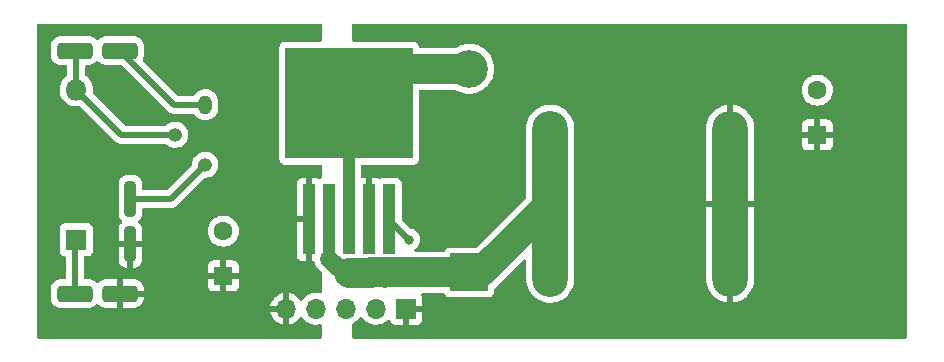
<source format=gbr>
%TF.GenerationSoftware,KiCad,Pcbnew,6.0.2+dfsg-1*%
%TF.CreationDate,2025-02-13T14:12:04+01:00*%
%TF.ProjectId,LM259610,4c4d3235-3936-4313-902e-6b696361645f,rev?*%
%TF.SameCoordinates,Original*%
%TF.FileFunction,Copper,L1,Top*%
%TF.FilePolarity,Positive*%
%FSLAX46Y46*%
G04 Gerber Fmt 4.6, Leading zero omitted, Abs format (unit mm)*
G04 Created by KiCad (PCBNEW 6.0.2+dfsg-1) date 2025-02-13 14:12:04*
%MOMM*%
%LPD*%
G01*
G04 APERTURE LIST*
G04 Aperture macros list*
%AMRoundRect*
0 Rectangle with rounded corners*
0 $1 Rounding radius*
0 $2 $3 $4 $5 $6 $7 $8 $9 X,Y pos of 4 corners*
0 Add a 4 corners polygon primitive as box body*
4,1,4,$2,$3,$4,$5,$6,$7,$8,$9,$2,$3,0*
0 Add four circle primitives for the rounded corners*
1,1,$1+$1,$2,$3*
1,1,$1+$1,$4,$5*
1,1,$1+$1,$6,$7*
1,1,$1+$1,$8,$9*
0 Add four rect primitives between the rounded corners*
20,1,$1+$1,$2,$3,$4,$5,0*
20,1,$1+$1,$4,$5,$6,$7,0*
20,1,$1+$1,$6,$7,$8,$9,0*
20,1,$1+$1,$8,$9,$2,$3,0*%
G04 Aperture macros list end*
%TA.AperFunction,ComponentPad*%
%ADD10O,1.200000X1.600000*%
%TD*%
%TA.AperFunction,ComponentPad*%
%ADD11O,1.200000X1.200000*%
%TD*%
%TA.AperFunction,ComponentPad*%
%ADD12R,1.600000X1.600000*%
%TD*%
%TA.AperFunction,ComponentPad*%
%ADD13C,1.600000*%
%TD*%
%TA.AperFunction,SMDPad,CuDef*%
%ADD14RoundRect,0.341463X-1.171037X-0.358537X1.171037X-0.358537X1.171037X0.358537X-1.171037X0.358537X0*%
%TD*%
%TA.AperFunction,ComponentPad*%
%ADD15R,3.200000X3.200000*%
%TD*%
%TA.AperFunction,ComponentPad*%
%ADD16O,3.200000X3.200000*%
%TD*%
%TA.AperFunction,ComponentPad*%
%ADD17R,1.800000X1.800000*%
%TD*%
%TA.AperFunction,ComponentPad*%
%ADD18O,1.800000X1.800000*%
%TD*%
%TA.AperFunction,SMDPad,CuDef*%
%ADD19RoundRect,1.520000X0.000000X-6.355000X0.000000X-6.355000X0.000000X6.355000X0.000000X6.355000X0*%
%TD*%
%TA.AperFunction,SMDPad,CuDef*%
%ADD20RoundRect,0.341463X1.171037X0.358537X-1.171037X0.358537X-1.171037X-0.358537X1.171037X-0.358537X0*%
%TD*%
%TA.AperFunction,ComponentPad*%
%ADD21R,1.700000X1.700000*%
%TD*%
%TA.AperFunction,ComponentPad*%
%ADD22O,1.700000X1.700000*%
%TD*%
%TA.AperFunction,SMDPad,CuDef*%
%ADD23R,1.100000X6.000000*%
%TD*%
%TA.AperFunction,SMDPad,CuDef*%
%ADD24R,10.800000X9.400000*%
%TD*%
%TA.AperFunction,SMDPad,CuDef*%
%ADD25RoundRect,0.237500X0.237500X-1.262500X0.237500X1.262500X-0.237500X1.262500X-0.237500X-1.262500X0*%
%TD*%
%TA.AperFunction,ViaPad*%
%ADD26C,0.800000*%
%TD*%
%TA.AperFunction,Conductor*%
%ADD27C,1.000000*%
%TD*%
%TA.AperFunction,Conductor*%
%ADD28C,2.500000*%
%TD*%
%TA.AperFunction,Conductor*%
%ADD29C,0.500000*%
%TD*%
%TA.AperFunction,Conductor*%
%ADD30C,1.500000*%
%TD*%
G04 APERTURE END LIST*
D10*
%TO.P,Q1,1,E*%
%TO.N,GND*%
X143764000Y-110998000D03*
D11*
%TO.P,Q1,2,B*%
%TO.N,/Vbe*%
X141224000Y-113538000D03*
%TO.P,Q1,3,C*%
%TO.N,/Vce*%
X143764000Y-116078000D03*
%TD*%
D12*
%TO.P,Cin1,1*%
%TO.N,/Vin*%
X145288000Y-125500651D03*
D13*
%TO.P,Cin1,2*%
%TO.N,GND*%
X145288000Y-121700651D03*
%TD*%
D12*
%TO.P,Cout1,1*%
%TO.N,/+5V*%
X195580000Y-113562651D03*
D13*
%TO.P,Cout1,2*%
%TO.N,GND*%
X195580000Y-109762651D03*
%TD*%
D14*
%TO.P,R1,1*%
%TO.N,/Vbe*%
X132707500Y-106426000D03*
%TO.P,R1,2*%
%TO.N,GND*%
X136532500Y-106426000D03*
%TD*%
D15*
%TO.P,D1,1,K*%
%TO.N,/Vout*%
X166116000Y-125206000D03*
D16*
%TO.P,D1,2,A*%
%TO.N,GND*%
X166116000Y-107966000D03*
%TD*%
D17*
%TO.P,D2,1,K*%
%TO.N,Net-(D2-Pad1)*%
X132842000Y-122428000D03*
D18*
%TO.P,D2,2,A*%
%TO.N,/Vbe*%
X132842000Y-109728000D03*
%TD*%
D19*
%TO.P,L1,1,1*%
%TO.N,/Vout*%
X172974000Y-119380000D03*
%TO.P,L1,2,2*%
%TO.N,/+5V*%
X188214000Y-119380000D03*
%TD*%
D20*
%TO.P,R2,1*%
%TO.N,/Vin*%
X136532500Y-127000000D03*
%TO.P,R2,2*%
%TO.N,Net-(D2-Pad1)*%
X132707500Y-127000000D03*
%TD*%
D21*
%TO.P,J1,1,Pin_1*%
%TO.N,/+5V*%
X160777000Y-128270000D03*
D22*
%TO.P,J1,2,Pin_2*%
%TO.N,/Vce*%
X158237000Y-128270000D03*
%TO.P,J1,3,Pin_3*%
%TO.N,/Vbe*%
X155697000Y-128270000D03*
%TO.P,J1,4,Pin_4*%
%TO.N,GND*%
X153157000Y-128270000D03*
%TO.P,J1,5,Pin_5*%
%TO.N,/Vin*%
X150617000Y-128270000D03*
%TD*%
D23*
%TO.P,U1,1,VIN*%
%TO.N,/Vin*%
X152556000Y-120718000D03*
%TO.P,U1,2,OUT*%
%TO.N,/Vout*%
X154256000Y-120718000D03*
%TO.P,U1,3,GND*%
%TO.N,GND*%
X155956000Y-120718000D03*
D24*
X155956000Y-110868000D03*
D23*
%TO.P,U1,4,FB*%
%TO.N,/+5V*%
X157656000Y-120718000D03*
%TO.P,U1,5,~{ON}/OFF*%
%TO.N,/Vce*%
X159356000Y-120718000D03*
%TD*%
D25*
%TO.P,R3,1*%
%TO.N,/Vin*%
X137414000Y-122829000D03*
%TO.P,R3,2*%
%TO.N,/Vce*%
X137414000Y-118979000D03*
%TD*%
D26*
%TO.N,/Vce*%
X161036000Y-122428000D03*
%TD*%
D27*
%TO.N,GND*%
X155956000Y-120718000D02*
X155956000Y-110868000D01*
D28*
X158858000Y-107966000D02*
X155956000Y-110868000D01*
D29*
X141104500Y-110998000D02*
X143764000Y-110998000D01*
D28*
X166116000Y-107966000D02*
X158858000Y-107966000D01*
D29*
X136532500Y-106426000D02*
X141104500Y-110998000D01*
%TO.N,Net-(D2-Pad1)*%
X132707500Y-122562500D02*
X132842000Y-122428000D01*
X132707500Y-127000000D02*
X132707500Y-122562500D01*
%TO.N,/Vbe*%
X132842000Y-109728000D02*
X132842000Y-106560500D01*
X136652000Y-113538000D02*
X132842000Y-109728000D01*
X141224000Y-113538000D02*
X136652000Y-113538000D01*
X132842000Y-106560500D02*
X132707500Y-106426000D01*
%TO.N,/Vce*%
X159356000Y-120718000D02*
X159356000Y-120748000D01*
X137414000Y-118979000D02*
X140863000Y-118979000D01*
X140863000Y-118979000D02*
X143764000Y-116078000D01*
X159356000Y-120748000D02*
X161036000Y-122428000D01*
D27*
%TO.N,/Vout*%
X159004000Y-125984000D02*
X159782000Y-125206000D01*
D28*
X159782000Y-125206000D02*
X157772489Y-125206000D01*
X157772489Y-125206000D02*
X157756489Y-125222000D01*
D30*
X155940000Y-125206000D02*
X155956000Y-125222000D01*
D27*
X154256000Y-120718000D02*
X154256000Y-124030000D01*
X158993511Y-124417511D02*
X159782000Y-125206000D01*
D30*
X155432000Y-125206000D02*
X155940000Y-125206000D01*
D28*
X166116000Y-125206000D02*
X167148000Y-125206000D01*
D30*
X154256000Y-124030000D02*
X155432000Y-125206000D01*
D28*
X167148000Y-125206000D02*
X172974000Y-119380000D01*
X166116000Y-125206000D02*
X159782000Y-125206000D01*
X157756489Y-125222000D02*
X155956000Y-125222000D01*
%TD*%
%TA.AperFunction,Conductor*%
%TO.N,/Vin*%
G36*
X153612121Y-104160002D02*
G01*
X153658614Y-104213658D01*
X153670000Y-104266000D01*
X153670000Y-105533500D01*
X153649998Y-105601621D01*
X153596342Y-105648114D01*
X153544000Y-105659500D01*
X150507866Y-105659500D01*
X150445684Y-105666255D01*
X150309295Y-105717385D01*
X150192739Y-105804739D01*
X150105385Y-105921295D01*
X150054255Y-106057684D01*
X150047500Y-106119866D01*
X150047500Y-115616134D01*
X150054255Y-115678316D01*
X150105385Y-115814705D01*
X150192739Y-115931261D01*
X150309295Y-116018615D01*
X150445684Y-116069745D01*
X150507866Y-116076500D01*
X153544000Y-116076500D01*
X153612121Y-116096502D01*
X153658614Y-116150158D01*
X153670000Y-116202500D01*
X153670000Y-117101067D01*
X153649998Y-117169188D01*
X153596342Y-117215681D01*
X153588230Y-117219049D01*
X153467699Y-117264234D01*
X153467696Y-117264236D01*
X153459295Y-117267385D01*
X153459036Y-117266693D01*
X153396626Y-117280343D01*
X153352615Y-117267420D01*
X153352462Y-117267828D01*
X153346888Y-117265738D01*
X153344966Y-117265174D01*
X153344061Y-117264679D01*
X153223606Y-117219522D01*
X153208351Y-117215895D01*
X153157486Y-117210369D01*
X153150672Y-117210000D01*
X152828115Y-117210000D01*
X152812876Y-117214475D01*
X152811671Y-117215865D01*
X152810000Y-117223548D01*
X152810000Y-124207884D01*
X152814475Y-124223123D01*
X152815865Y-124224328D01*
X152823548Y-124225999D01*
X152909313Y-124225999D01*
X152977434Y-124246001D01*
X153023927Y-124299657D01*
X153032133Y-124323869D01*
X153050246Y-124402953D01*
X153054258Y-124420470D01*
X153142397Y-124627109D01*
X153156885Y-124649165D01*
X153238923Y-124774056D01*
X153265735Y-124814874D01*
X153268798Y-124818312D01*
X153268802Y-124818317D01*
X153285449Y-124837000D01*
X153303722Y-124857509D01*
X153633095Y-125186882D01*
X153667121Y-125249194D01*
X153670000Y-125275977D01*
X153670000Y-126832432D01*
X153649998Y-126900553D01*
X153596342Y-126947046D01*
X153526068Y-126957150D01*
X153511815Y-126954252D01*
X153510090Y-126953796D01*
X153505212Y-126952069D01*
X153388312Y-126931246D01*
X153290373Y-126913800D01*
X153290367Y-126913799D01*
X153285284Y-126912894D01*
X153211452Y-126911992D01*
X153067081Y-126910228D01*
X153067079Y-126910228D01*
X153061911Y-126910165D01*
X152841091Y-126943955D01*
X152628756Y-127013357D01*
X152430607Y-127116507D01*
X152426474Y-127119610D01*
X152426471Y-127119612D01*
X152401685Y-127138222D01*
X152251965Y-127250635D01*
X152097629Y-127412138D01*
X152094715Y-127416410D01*
X152094714Y-127416411D01*
X151989898Y-127570066D01*
X151934987Y-127615069D01*
X151864462Y-127623240D01*
X151800715Y-127591986D01*
X151780018Y-127567502D01*
X151699426Y-127442926D01*
X151693136Y-127434757D01*
X151549806Y-127277240D01*
X151542273Y-127270215D01*
X151375139Y-127138222D01*
X151366552Y-127132517D01*
X151180117Y-127029599D01*
X151170705Y-127025369D01*
X150969959Y-126954280D01*
X150959988Y-126951646D01*
X150888837Y-126938972D01*
X150875540Y-126940432D01*
X150871000Y-126954989D01*
X150871000Y-129588517D01*
X150875064Y-129602359D01*
X150888478Y-129604393D01*
X150895184Y-129603534D01*
X150905262Y-129601392D01*
X151109255Y-129540191D01*
X151118842Y-129536433D01*
X151310095Y-129442739D01*
X151318945Y-129437464D01*
X151492328Y-129313792D01*
X151500200Y-129307139D01*
X151651052Y-129156812D01*
X151657730Y-129148965D01*
X151785022Y-128971819D01*
X151786279Y-128972722D01*
X151833373Y-128929362D01*
X151903311Y-128917145D01*
X151968751Y-128944678D01*
X151996579Y-128976511D01*
X152056987Y-129075088D01*
X152203250Y-129243938D01*
X152375126Y-129386632D01*
X152568000Y-129499338D01*
X152776692Y-129579030D01*
X152781760Y-129580061D01*
X152781763Y-129580062D01*
X152876862Y-129599410D01*
X152995597Y-129623567D01*
X153000772Y-129623757D01*
X153000774Y-129623757D01*
X153213673Y-129631564D01*
X153213677Y-129631564D01*
X153218837Y-129631753D01*
X153223957Y-129631097D01*
X153223959Y-129631097D01*
X153435288Y-129604025D01*
X153435289Y-129604025D01*
X153440416Y-129603368D01*
X153447003Y-129601392D01*
X153488090Y-129589065D01*
X153507792Y-129583154D01*
X153578788Y-129582737D01*
X153638738Y-129620770D01*
X153668610Y-129685176D01*
X153670000Y-129703840D01*
X153670000Y-130684000D01*
X153649998Y-130752121D01*
X153596342Y-130798614D01*
X153544000Y-130810000D01*
X129666000Y-130810000D01*
X129597879Y-130789998D01*
X129551386Y-130736342D01*
X129540000Y-130684000D01*
X129540000Y-128537966D01*
X149285257Y-128537966D01*
X149315565Y-128672446D01*
X149318645Y-128682275D01*
X149398770Y-128879603D01*
X149403413Y-128888794D01*
X149514694Y-129070388D01*
X149520777Y-129078699D01*
X149660213Y-129239667D01*
X149667580Y-129246883D01*
X149831434Y-129382916D01*
X149839881Y-129388831D01*
X150023756Y-129496279D01*
X150033042Y-129500729D01*
X150232001Y-129576703D01*
X150241899Y-129579579D01*
X150345250Y-129600606D01*
X150359299Y-129599410D01*
X150363000Y-129589065D01*
X150363000Y-128542115D01*
X150358525Y-128526876D01*
X150357135Y-128525671D01*
X150349452Y-128524000D01*
X149300225Y-128524000D01*
X149286694Y-128527973D01*
X149285257Y-128537966D01*
X129540000Y-128537966D01*
X129540000Y-126567941D01*
X130686500Y-126567941D01*
X130686501Y-127432058D01*
X130689398Y-127474570D01*
X130734075Y-127653758D01*
X130737107Y-127659865D01*
X130737108Y-127659869D01*
X130813154Y-127813064D01*
X130816187Y-127819173D01*
X130820460Y-127824488D01*
X130820461Y-127824489D01*
X130860267Y-127873998D01*
X130931904Y-127963096D01*
X130937216Y-127967367D01*
X131036709Y-128047361D01*
X131075827Y-128078813D01*
X131081933Y-128081844D01*
X131081936Y-128081846D01*
X131235131Y-128157892D01*
X131235135Y-128157893D01*
X131241242Y-128160925D01*
X131420430Y-128205602D01*
X131441114Y-128207012D01*
X131460794Y-128208354D01*
X131460805Y-128208354D01*
X131462941Y-128208500D01*
X132706342Y-128208500D01*
X133952058Y-128208499D01*
X133977867Y-128206740D01*
X133989025Y-128205980D01*
X133989026Y-128205980D01*
X133994570Y-128205602D01*
X133999958Y-128204259D01*
X133999962Y-128204258D01*
X134167136Y-128162576D01*
X134167135Y-128162576D01*
X134173758Y-128160925D01*
X134179865Y-128157893D01*
X134179869Y-128157892D01*
X134333064Y-128081846D01*
X134333067Y-128081844D01*
X134339173Y-128078813D01*
X134378292Y-128047361D01*
X134477784Y-127967367D01*
X134483096Y-127963096D01*
X134487367Y-127957784D01*
X134487372Y-127957779D01*
X134522126Y-127914554D01*
X134580399Y-127873998D01*
X134651347Y-127871385D01*
X134712446Y-127907545D01*
X134718519Y-127914555D01*
X134752986Y-127957424D01*
X134762577Y-127967015D01*
X134895778Y-128074112D01*
X134907209Y-128081422D01*
X135060304Y-128157420D01*
X135073037Y-128162104D01*
X135240101Y-128203757D01*
X135251047Y-128205481D01*
X135285844Y-128207854D01*
X135290139Y-128208000D01*
X136260385Y-128208000D01*
X136275624Y-128203525D01*
X136276829Y-128202135D01*
X136278500Y-128194452D01*
X136278500Y-128189884D01*
X136786500Y-128189884D01*
X136790975Y-128205123D01*
X136792365Y-128206328D01*
X136800048Y-128207999D01*
X137774858Y-128207999D01*
X137779159Y-128207852D01*
X137813956Y-128205481D01*
X137824895Y-128203758D01*
X137991963Y-128162104D01*
X138004696Y-128157420D01*
X138157791Y-128081422D01*
X138169222Y-128074112D01*
X138256196Y-128004183D01*
X149281389Y-128004183D01*
X149282912Y-128012607D01*
X149295292Y-128016000D01*
X150344885Y-128016000D01*
X150360124Y-128011525D01*
X150361329Y-128010135D01*
X150363000Y-128002452D01*
X150363000Y-126953102D01*
X150359082Y-126939758D01*
X150344806Y-126937771D01*
X150306324Y-126943660D01*
X150296288Y-126946051D01*
X150093868Y-127012212D01*
X150084359Y-127016209D01*
X149895463Y-127114542D01*
X149886738Y-127120036D01*
X149716433Y-127247905D01*
X149708726Y-127254748D01*
X149561590Y-127408717D01*
X149555104Y-127416727D01*
X149435098Y-127592649D01*
X149430000Y-127601623D01*
X149340338Y-127794783D01*
X149336775Y-127804470D01*
X149281389Y-128004183D01*
X138256196Y-128004183D01*
X138302423Y-127967015D01*
X138312015Y-127957423D01*
X138419112Y-127824222D01*
X138426422Y-127812791D01*
X138502420Y-127659696D01*
X138507104Y-127646963D01*
X138548757Y-127479899D01*
X138550481Y-127468953D01*
X138552854Y-127434156D01*
X138553000Y-127429861D01*
X138553000Y-127272115D01*
X138548525Y-127256876D01*
X138547135Y-127255671D01*
X138539452Y-127254000D01*
X136804615Y-127254000D01*
X136789376Y-127258475D01*
X136788171Y-127259865D01*
X136786500Y-127267548D01*
X136786500Y-128189884D01*
X136278500Y-128189884D01*
X136278500Y-126727885D01*
X136786500Y-126727885D01*
X136790975Y-126743124D01*
X136792365Y-126744329D01*
X136800048Y-126746000D01*
X138534884Y-126746000D01*
X138550123Y-126741525D01*
X138551328Y-126740135D01*
X138552999Y-126732452D01*
X138552999Y-126570142D01*
X138552852Y-126565841D01*
X138550481Y-126531044D01*
X138548758Y-126520105D01*
X138507104Y-126353037D01*
X138504265Y-126345320D01*
X143980001Y-126345320D01*
X143980371Y-126352141D01*
X143985895Y-126403003D01*
X143989521Y-126418255D01*
X144034676Y-126538705D01*
X144043214Y-126554300D01*
X144119715Y-126656375D01*
X144132276Y-126668936D01*
X144234351Y-126745437D01*
X144249946Y-126753975D01*
X144370394Y-126799129D01*
X144385649Y-126802756D01*
X144436514Y-126808282D01*
X144443328Y-126808651D01*
X145015885Y-126808651D01*
X145031124Y-126804176D01*
X145032329Y-126802786D01*
X145034000Y-126795103D01*
X145034000Y-126790535D01*
X145542000Y-126790535D01*
X145546475Y-126805774D01*
X145547865Y-126806979D01*
X145555548Y-126808650D01*
X146132669Y-126808650D01*
X146139490Y-126808280D01*
X146190352Y-126802756D01*
X146205604Y-126799130D01*
X146326054Y-126753975D01*
X146341649Y-126745437D01*
X146443724Y-126668936D01*
X146456285Y-126656375D01*
X146532786Y-126554300D01*
X146541324Y-126538705D01*
X146586478Y-126418257D01*
X146590105Y-126403002D01*
X146595631Y-126352137D01*
X146596000Y-126345323D01*
X146596000Y-125772766D01*
X146591525Y-125757527D01*
X146590135Y-125756322D01*
X146582452Y-125754651D01*
X145560115Y-125754651D01*
X145544876Y-125759126D01*
X145543671Y-125760516D01*
X145542000Y-125768199D01*
X145542000Y-126790535D01*
X145034000Y-126790535D01*
X145034000Y-125772766D01*
X145029525Y-125757527D01*
X145028135Y-125756322D01*
X145020452Y-125754651D01*
X143998116Y-125754651D01*
X143982877Y-125759126D01*
X143981672Y-125760516D01*
X143980001Y-125768199D01*
X143980001Y-126345320D01*
X138504265Y-126345320D01*
X138502420Y-126340304D01*
X138426422Y-126187209D01*
X138419112Y-126175778D01*
X138312015Y-126042577D01*
X138302423Y-126032985D01*
X138169222Y-125925888D01*
X138157791Y-125918578D01*
X138004696Y-125842580D01*
X137991963Y-125837896D01*
X137824899Y-125796243D01*
X137813953Y-125794519D01*
X137779156Y-125792146D01*
X137774860Y-125792000D01*
X136804615Y-125792000D01*
X136789376Y-125796475D01*
X136788171Y-125797865D01*
X136786500Y-125805548D01*
X136786500Y-126727885D01*
X136278500Y-126727885D01*
X136278500Y-125810116D01*
X136274025Y-125794877D01*
X136272635Y-125793672D01*
X136264952Y-125792001D01*
X135290142Y-125792001D01*
X135285841Y-125792148D01*
X135251044Y-125794519D01*
X135240105Y-125796242D01*
X135073037Y-125837896D01*
X135060304Y-125842580D01*
X134907209Y-125918578D01*
X134895778Y-125925888D01*
X134762577Y-126032985D01*
X134752986Y-126042576D01*
X134718519Y-126085445D01*
X134660246Y-126126002D01*
X134589298Y-126128615D01*
X134528199Y-126092456D01*
X134522126Y-126085446D01*
X134487372Y-126042221D01*
X134487367Y-126042216D01*
X134483096Y-126036904D01*
X134339173Y-125921187D01*
X134333067Y-125918156D01*
X134333064Y-125918154D01*
X134179869Y-125842108D01*
X134179865Y-125842107D01*
X134173758Y-125839075D01*
X133994570Y-125794398D01*
X133973886Y-125792988D01*
X133954206Y-125791646D01*
X133954195Y-125791646D01*
X133952059Y-125791500D01*
X133592000Y-125791500D01*
X133523879Y-125771498D01*
X133477386Y-125717842D01*
X133466000Y-125665500D01*
X133466000Y-125228536D01*
X143980000Y-125228536D01*
X143984475Y-125243775D01*
X143985865Y-125244980D01*
X143993548Y-125246651D01*
X145015885Y-125246651D01*
X145031124Y-125242176D01*
X145032329Y-125240786D01*
X145034000Y-125233103D01*
X145034000Y-125228536D01*
X145542000Y-125228536D01*
X145546475Y-125243775D01*
X145547865Y-125244980D01*
X145555548Y-125246651D01*
X146577884Y-125246651D01*
X146593123Y-125242176D01*
X146594328Y-125240786D01*
X146595999Y-125233103D01*
X146595999Y-124655982D01*
X146595629Y-124649161D01*
X146590105Y-124598299D01*
X146586479Y-124583047D01*
X146541324Y-124462597D01*
X146532786Y-124447002D01*
X146456285Y-124344927D01*
X146443724Y-124332366D01*
X146341649Y-124255865D01*
X146326054Y-124247327D01*
X146205606Y-124202173D01*
X146190351Y-124198546D01*
X146139486Y-124193020D01*
X146132672Y-124192651D01*
X145560115Y-124192651D01*
X145544876Y-124197126D01*
X145543671Y-124198516D01*
X145542000Y-124206199D01*
X145542000Y-125228536D01*
X145034000Y-125228536D01*
X145034000Y-124210767D01*
X145029525Y-124195528D01*
X145028135Y-124194323D01*
X145020452Y-124192652D01*
X144443331Y-124192652D01*
X144436510Y-124193022D01*
X144385648Y-124198546D01*
X144370396Y-124202172D01*
X144249946Y-124247327D01*
X144234351Y-124255865D01*
X144132276Y-124332366D01*
X144119715Y-124344927D01*
X144043214Y-124447002D01*
X144034676Y-124462597D01*
X143989522Y-124583045D01*
X143985895Y-124598300D01*
X143980369Y-124649165D01*
X143980000Y-124655979D01*
X143980000Y-125228536D01*
X133466000Y-125228536D01*
X133466000Y-124137766D01*
X136431000Y-124137766D01*
X136431337Y-124144282D01*
X136441075Y-124238132D01*
X136443968Y-124251528D01*
X136494488Y-124402953D01*
X136500653Y-124416115D01*
X136584426Y-124551492D01*
X136593460Y-124562890D01*
X136706129Y-124675363D01*
X136717540Y-124684375D01*
X136853063Y-124767912D01*
X136866241Y-124774056D01*
X137017766Y-124824315D01*
X137031132Y-124827181D01*
X137123770Y-124836672D01*
X137130185Y-124837000D01*
X137141885Y-124837000D01*
X137157124Y-124832525D01*
X137158329Y-124831135D01*
X137160000Y-124823452D01*
X137160000Y-124818885D01*
X137668000Y-124818885D01*
X137672475Y-124834124D01*
X137673865Y-124835329D01*
X137681548Y-124837000D01*
X137697766Y-124837000D01*
X137704282Y-124836663D01*
X137798132Y-124826925D01*
X137811528Y-124824032D01*
X137962953Y-124773512D01*
X137976115Y-124767347D01*
X138111492Y-124683574D01*
X138122890Y-124674540D01*
X138235363Y-124561871D01*
X138244375Y-124550460D01*
X138327912Y-124414937D01*
X138334056Y-124401759D01*
X138384315Y-124250234D01*
X138387181Y-124236868D01*
X138396672Y-124144230D01*
X138397000Y-124137815D01*
X138397000Y-123762669D01*
X151498001Y-123762669D01*
X151498371Y-123769490D01*
X151503895Y-123820352D01*
X151507521Y-123835604D01*
X151552676Y-123956054D01*
X151561214Y-123971649D01*
X151637715Y-124073724D01*
X151650276Y-124086285D01*
X151752351Y-124162786D01*
X151767946Y-124171324D01*
X151888394Y-124216478D01*
X151903649Y-124220105D01*
X151954514Y-124225631D01*
X151961328Y-124226000D01*
X152283885Y-124226000D01*
X152299124Y-124221525D01*
X152300329Y-124220135D01*
X152302000Y-124212452D01*
X152302000Y-120990115D01*
X152297525Y-120974876D01*
X152296135Y-120973671D01*
X152288452Y-120972000D01*
X151516116Y-120972000D01*
X151500877Y-120976475D01*
X151499672Y-120977865D01*
X151498001Y-120985548D01*
X151498001Y-123762669D01*
X138397000Y-123762669D01*
X138397000Y-123101115D01*
X138392525Y-123085876D01*
X138391135Y-123084671D01*
X138383452Y-123083000D01*
X137686115Y-123083000D01*
X137670876Y-123087475D01*
X137669671Y-123088865D01*
X137668000Y-123096548D01*
X137668000Y-124818885D01*
X137160000Y-124818885D01*
X137160000Y-123101115D01*
X137155525Y-123085876D01*
X137154135Y-123084671D01*
X137146452Y-123083000D01*
X136449115Y-123083000D01*
X136433876Y-123087475D01*
X136432671Y-123088865D01*
X136431000Y-123096548D01*
X136431000Y-124137766D01*
X133466000Y-124137766D01*
X133466000Y-123962500D01*
X133486002Y-123894379D01*
X133539658Y-123847886D01*
X133592000Y-123836500D01*
X133790134Y-123836500D01*
X133852316Y-123829745D01*
X133988705Y-123778615D01*
X134105261Y-123691261D01*
X134192615Y-123574705D01*
X134243745Y-123438316D01*
X134250500Y-123376134D01*
X134250500Y-121479866D01*
X134243745Y-121417684D01*
X134192615Y-121281295D01*
X134105261Y-121164739D01*
X133988705Y-121077385D01*
X133852316Y-121026255D01*
X133790134Y-121019500D01*
X131893866Y-121019500D01*
X131831684Y-121026255D01*
X131695295Y-121077385D01*
X131578739Y-121164739D01*
X131491385Y-121281295D01*
X131440255Y-121417684D01*
X131433500Y-121479866D01*
X131433500Y-123376134D01*
X131440255Y-123438316D01*
X131491385Y-123574705D01*
X131578739Y-123691261D01*
X131695295Y-123778615D01*
X131831684Y-123829745D01*
X131839540Y-123830598D01*
X131847222Y-123832425D01*
X131846732Y-123834486D01*
X131902172Y-123857523D01*
X131942597Y-123915887D01*
X131949000Y-123955543D01*
X131949000Y-125665501D01*
X131928998Y-125733622D01*
X131875342Y-125780115D01*
X131823000Y-125791501D01*
X131462942Y-125791501D01*
X131437133Y-125793260D01*
X131425975Y-125794020D01*
X131425974Y-125794020D01*
X131420430Y-125794398D01*
X131415042Y-125795741D01*
X131415038Y-125795742D01*
X131271900Y-125831431D01*
X131241242Y-125839075D01*
X131235135Y-125842107D01*
X131235131Y-125842108D01*
X131081936Y-125918154D01*
X131081933Y-125918156D01*
X131075827Y-125921187D01*
X130931904Y-126036904D01*
X130927633Y-126042216D01*
X130852070Y-126136198D01*
X130816187Y-126180827D01*
X130813156Y-126186933D01*
X130813154Y-126186936D01*
X130737108Y-126340131D01*
X130737107Y-126340135D01*
X130734075Y-126346242D01*
X130689398Y-126525430D01*
X130686500Y-126567941D01*
X129540000Y-126567941D01*
X129540000Y-120291072D01*
X136430500Y-120291072D01*
X136430837Y-120294318D01*
X136430837Y-120294322D01*
X136440519Y-120387632D01*
X136441293Y-120395093D01*
X136443474Y-120401629D01*
X136443474Y-120401631D01*
X136459762Y-120450452D01*
X136496346Y-120560107D01*
X136587884Y-120708031D01*
X136695141Y-120815101D01*
X136729220Y-120877382D01*
X136724217Y-120948202D01*
X136695296Y-120993291D01*
X136592637Y-121096129D01*
X136583625Y-121107540D01*
X136500088Y-121243063D01*
X136493944Y-121256241D01*
X136443685Y-121407766D01*
X136440819Y-121421132D01*
X136431328Y-121513770D01*
X136431000Y-121520185D01*
X136431000Y-122556885D01*
X136435475Y-122572124D01*
X136436865Y-122573329D01*
X136444548Y-122575000D01*
X138378885Y-122575000D01*
X138394124Y-122570525D01*
X138395329Y-122569135D01*
X138397000Y-122561452D01*
X138397000Y-121700651D01*
X143974502Y-121700651D01*
X143994457Y-121928738D01*
X144053716Y-122149894D01*
X144056039Y-122154875D01*
X144056039Y-122154876D01*
X144148151Y-122352413D01*
X144148154Y-122352418D01*
X144150477Y-122357400D01*
X144281802Y-122544951D01*
X144443700Y-122706849D01*
X144448208Y-122710006D01*
X144448211Y-122710008D01*
X144526389Y-122764749D01*
X144631251Y-122838174D01*
X144636233Y-122840497D01*
X144636238Y-122840500D01*
X144833775Y-122932612D01*
X144838757Y-122934935D01*
X144844065Y-122936357D01*
X144844067Y-122936358D01*
X145054598Y-122992770D01*
X145054600Y-122992770D01*
X145059913Y-122994194D01*
X145288000Y-123014149D01*
X145516087Y-122994194D01*
X145521400Y-122992770D01*
X145521402Y-122992770D01*
X145731933Y-122936358D01*
X145731935Y-122936357D01*
X145737243Y-122934935D01*
X145742225Y-122932612D01*
X145939762Y-122840500D01*
X145939767Y-122840497D01*
X145944749Y-122838174D01*
X146049611Y-122764749D01*
X146127789Y-122710008D01*
X146127792Y-122710006D01*
X146132300Y-122706849D01*
X146294198Y-122544951D01*
X146425523Y-122357400D01*
X146427846Y-122352418D01*
X146427849Y-122352413D01*
X146519961Y-122154876D01*
X146519961Y-122154875D01*
X146522284Y-122149894D01*
X146581543Y-121928738D01*
X146601498Y-121700651D01*
X146581543Y-121472564D01*
X146522284Y-121251408D01*
X146518393Y-121243063D01*
X146427849Y-121048889D01*
X146427846Y-121048884D01*
X146425523Y-121043902D01*
X146294198Y-120856351D01*
X146132300Y-120694453D01*
X146127792Y-120691296D01*
X146127789Y-120691294D01*
X145949333Y-120566338D01*
X145944749Y-120563128D01*
X145939767Y-120560805D01*
X145939762Y-120560802D01*
X145742225Y-120468690D01*
X145742224Y-120468690D01*
X145737243Y-120466367D01*
X145731935Y-120464945D01*
X145731933Y-120464944D01*
X145660804Y-120445885D01*
X151498000Y-120445885D01*
X151502475Y-120461124D01*
X151503865Y-120462329D01*
X151511548Y-120464000D01*
X152283885Y-120464000D01*
X152299124Y-120459525D01*
X152300329Y-120458135D01*
X152302000Y-120450452D01*
X152302000Y-117228116D01*
X152297525Y-117212877D01*
X152296135Y-117211672D01*
X152288452Y-117210001D01*
X151961331Y-117210001D01*
X151954510Y-117210371D01*
X151903648Y-117215895D01*
X151888396Y-117219521D01*
X151767946Y-117264676D01*
X151752351Y-117273214D01*
X151650276Y-117349715D01*
X151637715Y-117362276D01*
X151561214Y-117464351D01*
X151552676Y-117479946D01*
X151507522Y-117600394D01*
X151503895Y-117615649D01*
X151498369Y-117666514D01*
X151498000Y-117673328D01*
X151498000Y-120445885D01*
X145660804Y-120445885D01*
X145521402Y-120408532D01*
X145521400Y-120408532D01*
X145516087Y-120407108D01*
X145288000Y-120387153D01*
X145059913Y-120407108D01*
X145054600Y-120408532D01*
X145054598Y-120408532D01*
X144844067Y-120464944D01*
X144844065Y-120464945D01*
X144838757Y-120466367D01*
X144833776Y-120468690D01*
X144833775Y-120468690D01*
X144636238Y-120560802D01*
X144636233Y-120560805D01*
X144631251Y-120563128D01*
X144626667Y-120566338D01*
X144448211Y-120691294D01*
X144448208Y-120691296D01*
X144443700Y-120694453D01*
X144281802Y-120856351D01*
X144150477Y-121043902D01*
X144148154Y-121048884D01*
X144148151Y-121048889D01*
X144057607Y-121243063D01*
X144053716Y-121251408D01*
X143994457Y-121472564D01*
X143974502Y-121700651D01*
X138397000Y-121700651D01*
X138397000Y-121520234D01*
X138396663Y-121513718D01*
X138386925Y-121419868D01*
X138384032Y-121406472D01*
X138333512Y-121255047D01*
X138327347Y-121241885D01*
X138243574Y-121106508D01*
X138234540Y-121095110D01*
X138132860Y-120993607D01*
X138098781Y-120931324D01*
X138103784Y-120860504D01*
X138132705Y-120815416D01*
X138133022Y-120815099D01*
X138240929Y-120707003D01*
X138250612Y-120691294D01*
X138328369Y-120565150D01*
X138328370Y-120565148D01*
X138332209Y-120558920D01*
X138386974Y-120393809D01*
X138397500Y-120291072D01*
X138397500Y-119863500D01*
X138417502Y-119795379D01*
X138471158Y-119748886D01*
X138523500Y-119737500D01*
X140795930Y-119737500D01*
X140814880Y-119738933D01*
X140829115Y-119741099D01*
X140829119Y-119741099D01*
X140836349Y-119742199D01*
X140843641Y-119741606D01*
X140843644Y-119741606D01*
X140889018Y-119737915D01*
X140899233Y-119737500D01*
X140907293Y-119737500D01*
X140920583Y-119735951D01*
X140935507Y-119734211D01*
X140939882Y-119733778D01*
X141005339Y-119728454D01*
X141005342Y-119728453D01*
X141012637Y-119727860D01*
X141019601Y-119725604D01*
X141025560Y-119724413D01*
X141031415Y-119723029D01*
X141038681Y-119722182D01*
X141107327Y-119697265D01*
X141111455Y-119695848D01*
X141173936Y-119675607D01*
X141173938Y-119675606D01*
X141180899Y-119673351D01*
X141187154Y-119669555D01*
X141192628Y-119667049D01*
X141198058Y-119664330D01*
X141204937Y-119661833D01*
X141265976Y-119621814D01*
X141269680Y-119619477D01*
X141332107Y-119581595D01*
X141340484Y-119574197D01*
X141340508Y-119574224D01*
X141343500Y-119571571D01*
X141346733Y-119568868D01*
X141352852Y-119564856D01*
X141406128Y-119508617D01*
X141408506Y-119506175D01*
X143689665Y-117225016D01*
X143751977Y-117190990D01*
X143783704Y-117188208D01*
X143822263Y-117189723D01*
X144023883Y-117160490D01*
X144029347Y-117158635D01*
X144029352Y-117158634D01*
X144211327Y-117096862D01*
X144211332Y-117096860D01*
X144216799Y-117095004D01*
X144394551Y-116995458D01*
X144551186Y-116865186D01*
X144681458Y-116708551D01*
X144781004Y-116530799D01*
X144782860Y-116525332D01*
X144782862Y-116525327D01*
X144844634Y-116343352D01*
X144844635Y-116343347D01*
X144846490Y-116337883D01*
X144875723Y-116136263D01*
X144877249Y-116078000D01*
X144858608Y-115875126D01*
X144803307Y-115679047D01*
X144799073Y-115670460D01*
X144715756Y-115501510D01*
X144713201Y-115496329D01*
X144694796Y-115471681D01*
X144594758Y-115337715D01*
X144594758Y-115337714D01*
X144591305Y-115333091D01*
X144441703Y-115194800D01*
X144395675Y-115165759D01*
X144274288Y-115089169D01*
X144274283Y-115089167D01*
X144269404Y-115086088D01*
X144080180Y-115010595D01*
X143880366Y-114970849D01*
X143874592Y-114970773D01*
X143874588Y-114970773D01*
X143771452Y-114969424D01*
X143676655Y-114968183D01*
X143670958Y-114969162D01*
X143670957Y-114969162D01*
X143481567Y-115001705D01*
X143475870Y-115002684D01*
X143284734Y-115073198D01*
X143109649Y-115177363D01*
X142956478Y-115311690D01*
X142952911Y-115316215D01*
X142952906Y-115316220D01*
X142866331Y-115426040D01*
X142830351Y-115471681D01*
X142735492Y-115651978D01*
X142675078Y-115846543D01*
X142651132Y-116048859D01*
X142651662Y-116056951D01*
X142651421Y-116058031D01*
X142651359Y-116060396D01*
X142650895Y-116060384D01*
X142636163Y-116126233D01*
X142615028Y-116154291D01*
X140585724Y-118183595D01*
X140523412Y-118217621D01*
X140496629Y-118220500D01*
X138523500Y-118220500D01*
X138455379Y-118200498D01*
X138408886Y-118146842D01*
X138397500Y-118094500D01*
X138397500Y-117666928D01*
X138397163Y-117663678D01*
X138387419Y-117569765D01*
X138387418Y-117569761D01*
X138386707Y-117562907D01*
X138331654Y-117397893D01*
X138240116Y-117249969D01*
X138218225Y-117228116D01*
X138122184Y-117132242D01*
X138122179Y-117132238D01*
X138117003Y-117127071D01*
X137968920Y-117035791D01*
X137803809Y-116981026D01*
X137796973Y-116980326D01*
X137796970Y-116980325D01*
X137745474Y-116975049D01*
X137701072Y-116970500D01*
X137126928Y-116970500D01*
X137123682Y-116970837D01*
X137123678Y-116970837D01*
X137029765Y-116980581D01*
X137029761Y-116980582D01*
X137022907Y-116981293D01*
X137016371Y-116983474D01*
X137016369Y-116983474D01*
X136883605Y-117027768D01*
X136857893Y-117036346D01*
X136709969Y-117127884D01*
X136704796Y-117133066D01*
X136592242Y-117245816D01*
X136592238Y-117245821D01*
X136587071Y-117250997D01*
X136583231Y-117257227D01*
X136583230Y-117257228D01*
X136500364Y-117391662D01*
X136495791Y-117399080D01*
X136441026Y-117564191D01*
X136430500Y-117666928D01*
X136430500Y-120291072D01*
X129540000Y-120291072D01*
X129540000Y-105993941D01*
X130686500Y-105993941D01*
X130686501Y-106858058D01*
X130689398Y-106900570D01*
X130690741Y-106905958D01*
X130690742Y-106905962D01*
X130726431Y-107049100D01*
X130734075Y-107079758D01*
X130737107Y-107085865D01*
X130737108Y-107085869D01*
X130795000Y-107202492D01*
X130816187Y-107245173D01*
X130931904Y-107389096D01*
X131075827Y-107504813D01*
X131081933Y-107507844D01*
X131081936Y-107507846D01*
X131235131Y-107583892D01*
X131235135Y-107583893D01*
X131241242Y-107586925D01*
X131420430Y-107631602D01*
X131441114Y-107633012D01*
X131460794Y-107634354D01*
X131460805Y-107634354D01*
X131462941Y-107634500D01*
X131957500Y-107634500D01*
X132025621Y-107654502D01*
X132072114Y-107708158D01*
X132083500Y-107760500D01*
X132083500Y-108473127D01*
X132063498Y-108541248D01*
X132033154Y-108573886D01*
X131903655Y-108671117D01*
X131743639Y-108838564D01*
X131740725Y-108842836D01*
X131740724Y-108842837D01*
X131725152Y-108865665D01*
X131613119Y-109029899D01*
X131515602Y-109239981D01*
X131453707Y-109463169D01*
X131429095Y-109693469D01*
X131429392Y-109698622D01*
X131429392Y-109698625D01*
X131435067Y-109797041D01*
X131442427Y-109924697D01*
X131443564Y-109929743D01*
X131443565Y-109929749D01*
X131465289Y-110026145D01*
X131493346Y-110150642D01*
X131495288Y-110155424D01*
X131495289Y-110155428D01*
X131529427Y-110239500D01*
X131580484Y-110365237D01*
X131701501Y-110562719D01*
X131853147Y-110737784D01*
X132031349Y-110885730D01*
X132231322Y-111002584D01*
X132447694Y-111085209D01*
X132452760Y-111086240D01*
X132452761Y-111086240D01*
X132505846Y-111097040D01*
X132674656Y-111131385D01*
X132805324Y-111136176D01*
X132900949Y-111139683D01*
X132900953Y-111139683D01*
X132906113Y-111139872D01*
X133088594Y-111116495D01*
X133158703Y-111127679D01*
X133193698Y-111152379D01*
X136068230Y-114026911D01*
X136080616Y-114041323D01*
X136089149Y-114052918D01*
X136089154Y-114052923D01*
X136093492Y-114058818D01*
X136099070Y-114063557D01*
X136099073Y-114063560D01*
X136133768Y-114093035D01*
X136141284Y-114099965D01*
X136146980Y-114105661D01*
X136149841Y-114107924D01*
X136149846Y-114107929D01*
X136169266Y-114123293D01*
X136172667Y-114126082D01*
X136228285Y-114173333D01*
X136234798Y-114176659D01*
X136239837Y-114180020D01*
X136244979Y-114183196D01*
X136250716Y-114187734D01*
X136316875Y-114218655D01*
X136320769Y-114220558D01*
X136385808Y-114253769D01*
X136392917Y-114255508D01*
X136398551Y-114257604D01*
X136404321Y-114259523D01*
X136410950Y-114262622D01*
X136418113Y-114264112D01*
X136418116Y-114264113D01*
X136468830Y-114274661D01*
X136482435Y-114277491D01*
X136486701Y-114278457D01*
X136557610Y-114295808D01*
X136563212Y-114296156D01*
X136563215Y-114296156D01*
X136568764Y-114296500D01*
X136568762Y-114296535D01*
X136572734Y-114296775D01*
X136576955Y-114297152D01*
X136584115Y-114298641D01*
X136661542Y-114296546D01*
X136664950Y-114296500D01*
X140362696Y-114296500D01*
X140430817Y-114316502D01*
X140450618Y-114332246D01*
X140523410Y-114403157D01*
X140528206Y-114406362D01*
X140528209Y-114406364D01*
X140596149Y-114451760D01*
X140692803Y-114516342D01*
X140698106Y-114518620D01*
X140698109Y-114518622D01*
X140787115Y-114556862D01*
X140879987Y-114596763D01*
X140952817Y-114613243D01*
X141073055Y-114640450D01*
X141073060Y-114640451D01*
X141078692Y-114641725D01*
X141084463Y-114641952D01*
X141084465Y-114641952D01*
X141147470Y-114644427D01*
X141282263Y-114649723D01*
X141483883Y-114620490D01*
X141489347Y-114618635D01*
X141489352Y-114618634D01*
X141671327Y-114556862D01*
X141671332Y-114556860D01*
X141676799Y-114555004D01*
X141854551Y-114455458D01*
X142011186Y-114325186D01*
X142141458Y-114168551D01*
X142212709Y-114041323D01*
X142238180Y-113995842D01*
X142238181Y-113995840D01*
X142241004Y-113990799D01*
X142242860Y-113985332D01*
X142242862Y-113985327D01*
X142304634Y-113803352D01*
X142304635Y-113803347D01*
X142306490Y-113797883D01*
X142335723Y-113596263D01*
X142337249Y-113538000D01*
X142318608Y-113335126D01*
X142263307Y-113139047D01*
X142173201Y-112956329D01*
X142051305Y-112793091D01*
X141901703Y-112654800D01*
X141855675Y-112625759D01*
X141734288Y-112549169D01*
X141734283Y-112549167D01*
X141729404Y-112546088D01*
X141540180Y-112470595D01*
X141340366Y-112430849D01*
X141334592Y-112430773D01*
X141334588Y-112430773D01*
X141231452Y-112429424D01*
X141136655Y-112428183D01*
X141130958Y-112429162D01*
X141130957Y-112429162D01*
X140941567Y-112461705D01*
X140935870Y-112462684D01*
X140744734Y-112533198D01*
X140569649Y-112637363D01*
X140443225Y-112748233D01*
X140378823Y-112778109D01*
X140360150Y-112779500D01*
X137018371Y-112779500D01*
X136950250Y-112759498D01*
X136929276Y-112742595D01*
X134266176Y-110079495D01*
X134232150Y-110017183D01*
X134230349Y-109973954D01*
X134253203Y-109800362D01*
X134253203Y-109800358D01*
X134253640Y-109797041D01*
X134253921Y-109785527D01*
X134255245Y-109731365D01*
X134255245Y-109731361D01*
X134255327Y-109728000D01*
X134249032Y-109651434D01*
X134236773Y-109502318D01*
X134236772Y-109502312D01*
X134236349Y-109497167D01*
X134179925Y-109272533D01*
X134177866Y-109267797D01*
X134089630Y-109064868D01*
X134089628Y-109064865D01*
X134087570Y-109060131D01*
X133961764Y-108865665D01*
X133805887Y-108694358D01*
X133801836Y-108691159D01*
X133801832Y-108691155D01*
X133648408Y-108569989D01*
X133607345Y-108512072D01*
X133600500Y-108471107D01*
X133600500Y-107760499D01*
X133620502Y-107692378D01*
X133674158Y-107645885D01*
X133726500Y-107634499D01*
X133952058Y-107634499D01*
X133977867Y-107632740D01*
X133989025Y-107631980D01*
X133989026Y-107631980D01*
X133994570Y-107631602D01*
X133999958Y-107630259D01*
X133999962Y-107630258D01*
X134167136Y-107588576D01*
X134167135Y-107588576D01*
X134173758Y-107586925D01*
X134179865Y-107583893D01*
X134179869Y-107583892D01*
X134333064Y-107507846D01*
X134333067Y-107507844D01*
X134339173Y-107504813D01*
X134483096Y-107389096D01*
X134521803Y-107340954D01*
X134580076Y-107300398D01*
X134651025Y-107297785D01*
X134712123Y-107333945D01*
X134718195Y-107340952D01*
X134756904Y-107389096D01*
X134900827Y-107504813D01*
X134906933Y-107507844D01*
X134906936Y-107507846D01*
X135060131Y-107583892D01*
X135060135Y-107583893D01*
X135066242Y-107586925D01*
X135245430Y-107631602D01*
X135266114Y-107633012D01*
X135285794Y-107634354D01*
X135285805Y-107634354D01*
X135287941Y-107634500D01*
X135342508Y-107634500D01*
X136616128Y-107634499D01*
X136684249Y-107654501D01*
X136705223Y-107671404D01*
X140520730Y-111486911D01*
X140533116Y-111501323D01*
X140541649Y-111512918D01*
X140541654Y-111512923D01*
X140545992Y-111518818D01*
X140551570Y-111523557D01*
X140551573Y-111523560D01*
X140586268Y-111553035D01*
X140593784Y-111559965D01*
X140599479Y-111565660D01*
X140602361Y-111567940D01*
X140621751Y-111583281D01*
X140625155Y-111586072D01*
X140675203Y-111628591D01*
X140680785Y-111633333D01*
X140687301Y-111636661D01*
X140692350Y-111640028D01*
X140697479Y-111643195D01*
X140703216Y-111647734D01*
X140769375Y-111678655D01*
X140773269Y-111680558D01*
X140838308Y-111713769D01*
X140845416Y-111715508D01*
X140851059Y-111717607D01*
X140856822Y-111719524D01*
X140863450Y-111722622D01*
X140870612Y-111724112D01*
X140870613Y-111724112D01*
X140934912Y-111737486D01*
X140939196Y-111738456D01*
X141010110Y-111755808D01*
X141015712Y-111756156D01*
X141015715Y-111756156D01*
X141021264Y-111756500D01*
X141021262Y-111756536D01*
X141025255Y-111756775D01*
X141029447Y-111757149D01*
X141036615Y-111758640D01*
X141114020Y-111756546D01*
X141117428Y-111756500D01*
X142731852Y-111756500D01*
X142799973Y-111776502D01*
X142830938Y-111804667D01*
X142957604Y-111965920D01*
X142962135Y-111969852D01*
X142962138Y-111969855D01*
X143048058Y-112044412D01*
X143117363Y-112104552D01*
X143122549Y-112107552D01*
X143122553Y-112107555D01*
X143218957Y-112163326D01*
X143300454Y-112210473D01*
X143500271Y-112279861D01*
X143506206Y-112280722D01*
X143506208Y-112280722D01*
X143703664Y-112309352D01*
X143703667Y-112309352D01*
X143709604Y-112310213D01*
X143920899Y-112300433D01*
X144052077Y-112268819D01*
X144120701Y-112252281D01*
X144120703Y-112252280D01*
X144126534Y-112250875D01*
X144131992Y-112248393D01*
X144131996Y-112248392D01*
X144247041Y-112196084D01*
X144319087Y-112163326D01*
X144491611Y-112040946D01*
X144637881Y-111888150D01*
X144752620Y-111710452D01*
X144802746Y-111586072D01*
X144829442Y-111519832D01*
X144829443Y-111519829D01*
X144831686Y-111514263D01*
X144872228Y-111306663D01*
X144872500Y-111301101D01*
X144872500Y-110745154D01*
X144857452Y-110587434D01*
X144797908Y-110384466D01*
X144790273Y-110369641D01*
X144703804Y-110201751D01*
X144703802Y-110201748D01*
X144701058Y-110196420D01*
X144570396Y-110030080D01*
X144565865Y-110026148D01*
X144565862Y-110026145D01*
X144415167Y-109895379D01*
X144410637Y-109891448D01*
X144405451Y-109888448D01*
X144405447Y-109888445D01*
X144232742Y-109788533D01*
X144227546Y-109785527D01*
X144027729Y-109716139D01*
X144021794Y-109715278D01*
X144021792Y-109715278D01*
X143824336Y-109686648D01*
X143824333Y-109686648D01*
X143818396Y-109685787D01*
X143607101Y-109695567D01*
X143486441Y-109724646D01*
X143407299Y-109743719D01*
X143407297Y-109743720D01*
X143401466Y-109745125D01*
X143396008Y-109747607D01*
X143396004Y-109747608D01*
X143294651Y-109793691D01*
X143208913Y-109832674D01*
X143036389Y-109955054D01*
X142890119Y-110107850D01*
X142862489Y-110150642D01*
X142842339Y-110181848D01*
X142788584Y-110228226D01*
X142736487Y-110239500D01*
X141470871Y-110239500D01*
X141402750Y-110219498D01*
X141381776Y-110202595D01*
X138488014Y-107308833D01*
X138453988Y-107246521D01*
X138459053Y-107175706D01*
X138464249Y-107163714D01*
X138502892Y-107085869D01*
X138502894Y-107085865D01*
X138505925Y-107079758D01*
X138550602Y-106900570D01*
X138552012Y-106879886D01*
X138553354Y-106860206D01*
X138553354Y-106860195D01*
X138553500Y-106858059D01*
X138553499Y-105993942D01*
X138550602Y-105951430D01*
X138549257Y-105946033D01*
X138507576Y-105778864D01*
X138505925Y-105772242D01*
X138502893Y-105766135D01*
X138502892Y-105766131D01*
X138426846Y-105612936D01*
X138426844Y-105612933D01*
X138423813Y-105606827D01*
X138308096Y-105462904D01*
X138164173Y-105347187D01*
X138158067Y-105344156D01*
X138158064Y-105344154D01*
X138004869Y-105268108D01*
X138004865Y-105268107D01*
X137998758Y-105265075D01*
X137819570Y-105220398D01*
X137798886Y-105218988D01*
X137779206Y-105217646D01*
X137779195Y-105217646D01*
X137777059Y-105217500D01*
X136533658Y-105217500D01*
X135287942Y-105217501D01*
X135262133Y-105219260D01*
X135250975Y-105220020D01*
X135250974Y-105220020D01*
X135245430Y-105220398D01*
X135240042Y-105221741D01*
X135240038Y-105221742D01*
X135096900Y-105257431D01*
X135066242Y-105265075D01*
X135060135Y-105268107D01*
X135060131Y-105268108D01*
X134906936Y-105344154D01*
X134906933Y-105344156D01*
X134900827Y-105347187D01*
X134756904Y-105462904D01*
X134752633Y-105468216D01*
X134718197Y-105511046D01*
X134659924Y-105551602D01*
X134588975Y-105554215D01*
X134527877Y-105518055D01*
X134521803Y-105511046D01*
X134487367Y-105468216D01*
X134483096Y-105462904D01*
X134339173Y-105347187D01*
X134333067Y-105344156D01*
X134333064Y-105344154D01*
X134179869Y-105268108D01*
X134179865Y-105268107D01*
X134173758Y-105265075D01*
X133994570Y-105220398D01*
X133973886Y-105218988D01*
X133954206Y-105217646D01*
X133954195Y-105217646D01*
X133952059Y-105217500D01*
X132708658Y-105217500D01*
X131462942Y-105217501D01*
X131437133Y-105219260D01*
X131425975Y-105220020D01*
X131425974Y-105220020D01*
X131420430Y-105220398D01*
X131415042Y-105221741D01*
X131415038Y-105221742D01*
X131271900Y-105257431D01*
X131241242Y-105265075D01*
X131235135Y-105268107D01*
X131235131Y-105268108D01*
X131081936Y-105344154D01*
X131081933Y-105344156D01*
X131075827Y-105347187D01*
X130931904Y-105462904D01*
X130816187Y-105606827D01*
X130813156Y-105612933D01*
X130813154Y-105612936D01*
X130737108Y-105766131D01*
X130737107Y-105766135D01*
X130734075Y-105772242D01*
X130689398Y-105951430D01*
X130689020Y-105956979D01*
X130686647Y-105991789D01*
X130686500Y-105993941D01*
X129540000Y-105993941D01*
X129540000Y-104266000D01*
X129560002Y-104197879D01*
X129613658Y-104151386D01*
X129666000Y-104140000D01*
X153544000Y-104140000D01*
X153612121Y-104160002D01*
G37*
%TD.AperFunction*%
%TD*%
%TA.AperFunction,Conductor*%
%TO.N,/+5V*%
G36*
X203142121Y-104160002D02*
G01*
X203188614Y-104213658D01*
X203200000Y-104266000D01*
X203200000Y-130684000D01*
X203179998Y-130752121D01*
X203126342Y-130798614D01*
X203074000Y-130810000D01*
X156336000Y-130810000D01*
X156267879Y-130789998D01*
X156221386Y-130736342D01*
X156210000Y-130684000D01*
X156210000Y-129610104D01*
X156230002Y-129541983D01*
X156280566Y-129496954D01*
X156394994Y-129440896D01*
X156399198Y-129437898D01*
X156399202Y-129437895D01*
X156511135Y-129358054D01*
X156576860Y-129311173D01*
X156735096Y-129153489D01*
X156865453Y-128972077D01*
X156866776Y-128973028D01*
X156913645Y-128929857D01*
X156983580Y-128917625D01*
X157049026Y-128945144D01*
X157076875Y-128976994D01*
X157136987Y-129075088D01*
X157283250Y-129243938D01*
X157455126Y-129386632D01*
X157648000Y-129499338D01*
X157856692Y-129579030D01*
X157861760Y-129580061D01*
X157861763Y-129580062D01*
X157969017Y-129601883D01*
X158075597Y-129623567D01*
X158080772Y-129623757D01*
X158080774Y-129623757D01*
X158293673Y-129631564D01*
X158293677Y-129631564D01*
X158298837Y-129631753D01*
X158303957Y-129631097D01*
X158303959Y-129631097D01*
X158515288Y-129604025D01*
X158515289Y-129604025D01*
X158520416Y-129603368D01*
X158525366Y-129601883D01*
X158729429Y-129540661D01*
X158729434Y-129540659D01*
X158734384Y-129539174D01*
X158934994Y-129440896D01*
X159116860Y-129311173D01*
X159184331Y-129243938D01*
X159225479Y-129202933D01*
X159287851Y-129169017D01*
X159358658Y-129174205D01*
X159415419Y-129216851D01*
X159432401Y-129247954D01*
X159473676Y-129358054D01*
X159482214Y-129373649D01*
X159558715Y-129475724D01*
X159571276Y-129488285D01*
X159673351Y-129564786D01*
X159688946Y-129573324D01*
X159809394Y-129618478D01*
X159824649Y-129622105D01*
X159875514Y-129627631D01*
X159882328Y-129628000D01*
X160504885Y-129628000D01*
X160520124Y-129623525D01*
X160521329Y-129622135D01*
X160523000Y-129614452D01*
X160523000Y-129609884D01*
X161031000Y-129609884D01*
X161035475Y-129625123D01*
X161036865Y-129626328D01*
X161044548Y-129627999D01*
X161671669Y-129627999D01*
X161678490Y-129627629D01*
X161729352Y-129622105D01*
X161744604Y-129618479D01*
X161865054Y-129573324D01*
X161880649Y-129564786D01*
X161982724Y-129488285D01*
X161995285Y-129475724D01*
X162071786Y-129373649D01*
X162080324Y-129358054D01*
X162125478Y-129237606D01*
X162129105Y-129222351D01*
X162134631Y-129171486D01*
X162135000Y-129164672D01*
X162135000Y-128542115D01*
X162130525Y-128526876D01*
X162129135Y-128525671D01*
X162121452Y-128524000D01*
X161049115Y-128524000D01*
X161033876Y-128528475D01*
X161032671Y-128529865D01*
X161031000Y-128537548D01*
X161031000Y-129609884D01*
X160523000Y-129609884D01*
X160523000Y-128142000D01*
X160543002Y-128073879D01*
X160596658Y-128027386D01*
X160649000Y-128016000D01*
X162116884Y-128016000D01*
X162132123Y-128011525D01*
X162133328Y-128010135D01*
X162134999Y-128002452D01*
X162134999Y-127375331D01*
X162134629Y-127368510D01*
X162129105Y-127317648D01*
X162125479Y-127302396D01*
X162080324Y-127181946D01*
X162071787Y-127166354D01*
X162071573Y-127166068D01*
X162071449Y-127165735D01*
X162067478Y-127158483D01*
X162068525Y-127157910D01*
X162046723Y-127099562D01*
X162061774Y-127030179D01*
X162111947Y-126979948D01*
X162172397Y-126964500D01*
X163944991Y-126964500D01*
X164013112Y-126984502D01*
X164059605Y-127038158D01*
X164061903Y-127043694D01*
X164062232Y-127044296D01*
X164065385Y-127052705D01*
X164152739Y-127169261D01*
X164269295Y-127256615D01*
X164405684Y-127307745D01*
X164467866Y-127314500D01*
X167764134Y-127314500D01*
X167826316Y-127307745D01*
X167962705Y-127256615D01*
X168079261Y-127169261D01*
X168166615Y-127052705D01*
X168217745Y-126916316D01*
X168224500Y-126854134D01*
X168224500Y-126657799D01*
X168244502Y-126589678D01*
X168272494Y-126558849D01*
X168335689Y-126509030D01*
X168335692Y-126509027D01*
X168339357Y-126506138D01*
X168411030Y-126429947D01*
X168413710Y-126427185D01*
X170730406Y-124110489D01*
X170792718Y-124076463D01*
X170863533Y-124081528D01*
X170920369Y-124124075D01*
X170945180Y-124190595D01*
X170945501Y-124199584D01*
X170945501Y-125848440D01*
X170948285Y-125912227D01*
X170992664Y-126192427D01*
X171075608Y-126463724D01*
X171077470Y-126467717D01*
X171193527Y-126716602D01*
X171195502Y-126720838D01*
X171350012Y-126958763D01*
X171352894Y-126962078D01*
X171352899Y-126962085D01*
X171480118Y-127108432D01*
X171536132Y-127172868D01*
X171539445Y-127175748D01*
X171746915Y-127356101D01*
X171746922Y-127356106D01*
X171750237Y-127358988D01*
X171753928Y-127361385D01*
X171984475Y-127511104D01*
X171984479Y-127511106D01*
X171988162Y-127513498D01*
X171992143Y-127515355D01*
X171992146Y-127515356D01*
X172103013Y-127567054D01*
X172245276Y-127633392D01*
X172516573Y-127716336D01*
X172796773Y-127760715D01*
X172800330Y-127760870D01*
X172800337Y-127760871D01*
X172859182Y-127763440D01*
X172859188Y-127763440D01*
X172860559Y-127763500D01*
X172973917Y-127763500D01*
X173087440Y-127763499D01*
X173088808Y-127763439D01*
X173088821Y-127763439D01*
X173117220Y-127762199D01*
X173151227Y-127760715D01*
X173154761Y-127760155D01*
X173154764Y-127760155D01*
X173322519Y-127733585D01*
X173431427Y-127716336D01*
X173702724Y-127633392D01*
X173844987Y-127567054D01*
X173955854Y-127515356D01*
X173955857Y-127515355D01*
X173959838Y-127513498D01*
X173963521Y-127511106D01*
X173963525Y-127511104D01*
X174194072Y-127361385D01*
X174197763Y-127358988D01*
X174201078Y-127356106D01*
X174201085Y-127356101D01*
X174408555Y-127175748D01*
X174411868Y-127172868D01*
X174467882Y-127108432D01*
X174595101Y-126962085D01*
X174595106Y-126962078D01*
X174597988Y-126958763D01*
X174752498Y-126720838D01*
X174754474Y-126716602D01*
X174870530Y-126467717D01*
X174872392Y-126463724D01*
X174955336Y-126192427D01*
X174999715Y-125912227D01*
X174999872Y-125908646D01*
X175002440Y-125849817D01*
X175002440Y-125849813D01*
X175002500Y-125848441D01*
X175002500Y-125847041D01*
X186186001Y-125847041D01*
X186186061Y-125849798D01*
X186188628Y-125908602D01*
X186189344Y-125915720D01*
X186232463Y-126187964D01*
X186234441Y-126196533D01*
X186314787Y-126459327D01*
X186317938Y-126467539D01*
X186434078Y-126716602D01*
X186438341Y-126724292D01*
X186588012Y-126954766D01*
X186593302Y-126961785D01*
X186773606Y-127169201D01*
X186779799Y-127175394D01*
X186987215Y-127355698D01*
X186994234Y-127360988D01*
X187224708Y-127510659D01*
X187232398Y-127514922D01*
X187481461Y-127631062D01*
X187489673Y-127634213D01*
X187752467Y-127714559D01*
X187761037Y-127716537D01*
X187942106Y-127745216D01*
X187955789Y-127743448D01*
X187959862Y-127729935D01*
X188468000Y-127729935D01*
X188471886Y-127743171D01*
X188486345Y-127745144D01*
X188666963Y-127716537D01*
X188675533Y-127714559D01*
X188938327Y-127634213D01*
X188946539Y-127631062D01*
X189195602Y-127514922D01*
X189203292Y-127510659D01*
X189433766Y-127360988D01*
X189440785Y-127355698D01*
X189648201Y-127175394D01*
X189654394Y-127169201D01*
X189834698Y-126961785D01*
X189839988Y-126954766D01*
X189989659Y-126724292D01*
X189993922Y-126716602D01*
X190110062Y-126467539D01*
X190113213Y-126459327D01*
X190193559Y-126196533D01*
X190195537Y-126187964D01*
X190238658Y-125915703D01*
X190239372Y-125908619D01*
X190241940Y-125849795D01*
X190242000Y-125847043D01*
X190242000Y-119652115D01*
X190237525Y-119636876D01*
X190236135Y-119635671D01*
X190228452Y-119634000D01*
X188486115Y-119634000D01*
X188470876Y-119638475D01*
X188469671Y-119639865D01*
X188468000Y-119647548D01*
X188468000Y-127729935D01*
X187959862Y-127729935D01*
X187960000Y-127729476D01*
X187960000Y-119652115D01*
X187955525Y-119636876D01*
X187954135Y-119635671D01*
X187946452Y-119634000D01*
X186204116Y-119634000D01*
X186188877Y-119638475D01*
X186187672Y-119639865D01*
X186186001Y-119647548D01*
X186186001Y-125847041D01*
X175002500Y-125847041D01*
X175002499Y-119107885D01*
X186186000Y-119107885D01*
X186190475Y-119123124D01*
X186191865Y-119124329D01*
X186199548Y-119126000D01*
X187941885Y-119126000D01*
X187957124Y-119121525D01*
X187958329Y-119120135D01*
X187960000Y-119112452D01*
X187960000Y-119107885D01*
X188468000Y-119107885D01*
X188472475Y-119123124D01*
X188473865Y-119124329D01*
X188481548Y-119126000D01*
X190223884Y-119126000D01*
X190239123Y-119121525D01*
X190240328Y-119120135D01*
X190241999Y-119112452D01*
X190241999Y-114407320D01*
X194272001Y-114407320D01*
X194272371Y-114414141D01*
X194277895Y-114465003D01*
X194281521Y-114480255D01*
X194326676Y-114600705D01*
X194335214Y-114616300D01*
X194411715Y-114718375D01*
X194424276Y-114730936D01*
X194526351Y-114807437D01*
X194541946Y-114815975D01*
X194662394Y-114861129D01*
X194677649Y-114864756D01*
X194728514Y-114870282D01*
X194735328Y-114870651D01*
X195307885Y-114870651D01*
X195323124Y-114866176D01*
X195324329Y-114864786D01*
X195326000Y-114857103D01*
X195326000Y-114852535D01*
X195834000Y-114852535D01*
X195838475Y-114867774D01*
X195839865Y-114868979D01*
X195847548Y-114870650D01*
X196424669Y-114870650D01*
X196431490Y-114870280D01*
X196482352Y-114864756D01*
X196497604Y-114861130D01*
X196618054Y-114815975D01*
X196633649Y-114807437D01*
X196735724Y-114730936D01*
X196748285Y-114718375D01*
X196824786Y-114616300D01*
X196833324Y-114600705D01*
X196878478Y-114480257D01*
X196882105Y-114465002D01*
X196887631Y-114414137D01*
X196888000Y-114407323D01*
X196888000Y-113834766D01*
X196883525Y-113819527D01*
X196882135Y-113818322D01*
X196874452Y-113816651D01*
X195852115Y-113816651D01*
X195836876Y-113821126D01*
X195835671Y-113822516D01*
X195834000Y-113830199D01*
X195834000Y-114852535D01*
X195326000Y-114852535D01*
X195326000Y-113834766D01*
X195321525Y-113819527D01*
X195320135Y-113818322D01*
X195312452Y-113816651D01*
X194290116Y-113816651D01*
X194274877Y-113821126D01*
X194273672Y-113822516D01*
X194272001Y-113830199D01*
X194272001Y-114407320D01*
X190241999Y-114407320D01*
X190241999Y-113290536D01*
X194272000Y-113290536D01*
X194276475Y-113305775D01*
X194277865Y-113306980D01*
X194285548Y-113308651D01*
X195307885Y-113308651D01*
X195323124Y-113304176D01*
X195324329Y-113302786D01*
X195326000Y-113295103D01*
X195326000Y-113290536D01*
X195834000Y-113290536D01*
X195838475Y-113305775D01*
X195839865Y-113306980D01*
X195847548Y-113308651D01*
X196869884Y-113308651D01*
X196885123Y-113304176D01*
X196886328Y-113302786D01*
X196887999Y-113295103D01*
X196887999Y-112717982D01*
X196887629Y-112711161D01*
X196882105Y-112660299D01*
X196878479Y-112645047D01*
X196833324Y-112524597D01*
X196824786Y-112509002D01*
X196748285Y-112406927D01*
X196735724Y-112394366D01*
X196633649Y-112317865D01*
X196618054Y-112309327D01*
X196497606Y-112264173D01*
X196482351Y-112260546D01*
X196431486Y-112255020D01*
X196424672Y-112254651D01*
X195852115Y-112254651D01*
X195836876Y-112259126D01*
X195835671Y-112260516D01*
X195834000Y-112268199D01*
X195834000Y-113290536D01*
X195326000Y-113290536D01*
X195326000Y-112272767D01*
X195321525Y-112257528D01*
X195320135Y-112256323D01*
X195312452Y-112254652D01*
X194735331Y-112254652D01*
X194728510Y-112255022D01*
X194677648Y-112260546D01*
X194662396Y-112264172D01*
X194541946Y-112309327D01*
X194526351Y-112317865D01*
X194424276Y-112394366D01*
X194411715Y-112406927D01*
X194335214Y-112509002D01*
X194326676Y-112524597D01*
X194281522Y-112645045D01*
X194277895Y-112660300D01*
X194272369Y-112711165D01*
X194272000Y-112717979D01*
X194272000Y-113290536D01*
X190241999Y-113290536D01*
X190241999Y-112912960D01*
X190241939Y-112910202D01*
X190239372Y-112851398D01*
X190238656Y-112844280D01*
X190195537Y-112572036D01*
X190193559Y-112563467D01*
X190113213Y-112300673D01*
X190110062Y-112292461D01*
X189993922Y-112043398D01*
X189989659Y-112035708D01*
X189839988Y-111805234D01*
X189834698Y-111798215D01*
X189654394Y-111590799D01*
X189648201Y-111584606D01*
X189440785Y-111404302D01*
X189433766Y-111399012D01*
X189203292Y-111249341D01*
X189195602Y-111245078D01*
X188946539Y-111128938D01*
X188938327Y-111125787D01*
X188675533Y-111045441D01*
X188666963Y-111043463D01*
X188485894Y-111014784D01*
X188472211Y-111016552D01*
X188468000Y-111030524D01*
X188468000Y-119107885D01*
X187960000Y-119107885D01*
X187960000Y-111030065D01*
X187956114Y-111016829D01*
X187941655Y-111014856D01*
X187761037Y-111043463D01*
X187752467Y-111045441D01*
X187489673Y-111125787D01*
X187481461Y-111128938D01*
X187232398Y-111245078D01*
X187224708Y-111249341D01*
X186994234Y-111399012D01*
X186987215Y-111404302D01*
X186779799Y-111584606D01*
X186773606Y-111590799D01*
X186593302Y-111798215D01*
X186588012Y-111805234D01*
X186438341Y-112035708D01*
X186434078Y-112043398D01*
X186317938Y-112292461D01*
X186314787Y-112300673D01*
X186234441Y-112563467D01*
X186232463Y-112572036D01*
X186189342Y-112844297D01*
X186188628Y-112851381D01*
X186186060Y-112910205D01*
X186186000Y-112912957D01*
X186186000Y-119107885D01*
X175002499Y-119107885D01*
X175002499Y-112911560D01*
X174999715Y-112847773D01*
X174955336Y-112567573D01*
X174872392Y-112296276D01*
X174852982Y-112254651D01*
X174754356Y-112043146D01*
X174754355Y-112043143D01*
X174752498Y-112039162D01*
X174597988Y-111801237D01*
X174595106Y-111797922D01*
X174595101Y-111797915D01*
X174414748Y-111590445D01*
X174411868Y-111587132D01*
X174408555Y-111584252D01*
X174201085Y-111403899D01*
X174201078Y-111403894D01*
X174197763Y-111401012D01*
X173964210Y-111249341D01*
X173963525Y-111248896D01*
X173963521Y-111248894D01*
X173959838Y-111246502D01*
X173955857Y-111244645D01*
X173955854Y-111244644D01*
X173706717Y-111128470D01*
X173702724Y-111126608D01*
X173431427Y-111043664D01*
X173151227Y-110999285D01*
X173147670Y-110999130D01*
X173147663Y-110999129D01*
X173088818Y-110996560D01*
X173088812Y-110996560D01*
X173087441Y-110996500D01*
X172974083Y-110996500D01*
X172860560Y-110996501D01*
X172859192Y-110996561D01*
X172859179Y-110996561D01*
X172830780Y-110997801D01*
X172796773Y-110999285D01*
X172793239Y-110999845D01*
X172793236Y-110999845D01*
X172625481Y-111026415D01*
X172516573Y-111043664D01*
X172245276Y-111126608D01*
X172241283Y-111128470D01*
X171992146Y-111244644D01*
X171992143Y-111244645D01*
X171988162Y-111246502D01*
X171984479Y-111248894D01*
X171984475Y-111248896D01*
X171983790Y-111249341D01*
X171750237Y-111401012D01*
X171746922Y-111403894D01*
X171746915Y-111403899D01*
X171539445Y-111584252D01*
X171536132Y-111587132D01*
X171533252Y-111590445D01*
X171352899Y-111797915D01*
X171352894Y-111797922D01*
X171350012Y-111801237D01*
X171195502Y-112039162D01*
X171193645Y-112043143D01*
X171193644Y-112043146D01*
X171095018Y-112254651D01*
X171075608Y-112296276D01*
X170992664Y-112567573D01*
X170948285Y-112847773D01*
X170948130Y-112851330D01*
X170948129Y-112851337D01*
X170945560Y-112910180D01*
X170945500Y-112911559D01*
X170945500Y-118869415D01*
X170925498Y-118937536D01*
X170908595Y-118958510D01*
X166806510Y-123060595D01*
X166744198Y-123094621D01*
X166717415Y-123097500D01*
X164467866Y-123097500D01*
X164405684Y-123104255D01*
X164269295Y-123155385D01*
X164152739Y-123242739D01*
X164065385Y-123359295D01*
X164062233Y-123367704D01*
X164057923Y-123375575D01*
X164056259Y-123374664D01*
X164020337Y-123422490D01*
X163953776Y-123447193D01*
X163944991Y-123447500D01*
X161566041Y-123447500D01*
X161497920Y-123427498D01*
X161451427Y-123373842D01*
X161441323Y-123303568D01*
X161470817Y-123238988D01*
X161493548Y-123220214D01*
X161492752Y-123219118D01*
X161573059Y-123160771D01*
X161647253Y-123106866D01*
X161657500Y-123095486D01*
X161770621Y-122969852D01*
X161770622Y-122969851D01*
X161775040Y-122964944D01*
X161860695Y-122816585D01*
X161867223Y-122805279D01*
X161867224Y-122805278D01*
X161870527Y-122799556D01*
X161929542Y-122617928D01*
X161949504Y-122428000D01*
X161929542Y-122238072D01*
X161870527Y-122056444D01*
X161775040Y-121891056D01*
X161647253Y-121749134D01*
X161492752Y-121636882D01*
X161486724Y-121634198D01*
X161486722Y-121634197D01*
X161324319Y-121561891D01*
X161324318Y-121561891D01*
X161318288Y-121559206D01*
X161311833Y-121557834D01*
X161311824Y-121557831D01*
X161255228Y-121545801D01*
X161192331Y-121511650D01*
X160451405Y-120770724D01*
X160417379Y-120708412D01*
X160414500Y-120681629D01*
X160414500Y-117669866D01*
X160407745Y-117607684D01*
X160356615Y-117471295D01*
X160269261Y-117354739D01*
X160152705Y-117267385D01*
X160016316Y-117216255D01*
X159954134Y-117209500D01*
X158757866Y-117209500D01*
X158695684Y-117216255D01*
X158676230Y-117223548D01*
X158567699Y-117264234D01*
X158567696Y-117264236D01*
X158559295Y-117267385D01*
X158559036Y-117266693D01*
X158496626Y-117280343D01*
X158452615Y-117267420D01*
X158452462Y-117267828D01*
X158446888Y-117265738D01*
X158444966Y-117265174D01*
X158444061Y-117264679D01*
X158323606Y-117219522D01*
X158308351Y-117215895D01*
X158257486Y-117210369D01*
X158250672Y-117210000D01*
X157928115Y-117210000D01*
X157912876Y-117214475D01*
X157911671Y-117215865D01*
X157910000Y-117223548D01*
X157910000Y-120846000D01*
X157889998Y-120914121D01*
X157836342Y-120960614D01*
X157784000Y-120972000D01*
X157528000Y-120972000D01*
X157459879Y-120951998D01*
X157413386Y-120898342D01*
X157402000Y-120846000D01*
X157402000Y-117228116D01*
X157397525Y-117212877D01*
X157396135Y-117211672D01*
X157388452Y-117210001D01*
X157090500Y-117210001D01*
X157022379Y-117189999D01*
X156975886Y-117136343D01*
X156964500Y-117084001D01*
X156964500Y-116202500D01*
X156984502Y-116134379D01*
X157038158Y-116087886D01*
X157090500Y-116076500D01*
X161404134Y-116076500D01*
X161466316Y-116069745D01*
X161602705Y-116018615D01*
X161719261Y-115931261D01*
X161806615Y-115814705D01*
X161857745Y-115678316D01*
X161864500Y-115616134D01*
X161864500Y-109850500D01*
X161884502Y-109782379D01*
X161938158Y-109735886D01*
X161990500Y-109724500D01*
X164915147Y-109724500D01*
X164982103Y-109743763D01*
X165117298Y-109828571D01*
X165379318Y-109946877D01*
X165383437Y-109948097D01*
X165650857Y-110027311D01*
X165650862Y-110027312D01*
X165654970Y-110028529D01*
X165659204Y-110029177D01*
X165659209Y-110029178D01*
X165907811Y-110067219D01*
X165939153Y-110072015D01*
X166085485Y-110074314D01*
X166222317Y-110076464D01*
X166222323Y-110076464D01*
X166226608Y-110076531D01*
X166230860Y-110076016D01*
X166230868Y-110076016D01*
X166507756Y-110042508D01*
X166507761Y-110042507D01*
X166512017Y-110041992D01*
X166687126Y-109996053D01*
X166785954Y-109970126D01*
X166785955Y-109970126D01*
X166790097Y-109969039D01*
X167055704Y-109859021D01*
X167220621Y-109762651D01*
X194266502Y-109762651D01*
X194286457Y-109990738D01*
X194287881Y-109996051D01*
X194287881Y-109996053D01*
X194300191Y-110041992D01*
X194345716Y-110211894D01*
X194348039Y-110216875D01*
X194348039Y-110216876D01*
X194440151Y-110414413D01*
X194440154Y-110414418D01*
X194442477Y-110419400D01*
X194573802Y-110606951D01*
X194735700Y-110768849D01*
X194740208Y-110772006D01*
X194740211Y-110772008D01*
X194818389Y-110826749D01*
X194923251Y-110900174D01*
X194928233Y-110902497D01*
X194928238Y-110902500D01*
X195125775Y-110994612D01*
X195130757Y-110996935D01*
X195136065Y-110998357D01*
X195136067Y-110998358D01*
X195346598Y-111054770D01*
X195346600Y-111054770D01*
X195351913Y-111056194D01*
X195580000Y-111076149D01*
X195808087Y-111056194D01*
X195813400Y-111054770D01*
X195813402Y-111054770D01*
X196023933Y-110998358D01*
X196023935Y-110998357D01*
X196029243Y-110996935D01*
X196034225Y-110994612D01*
X196231762Y-110902500D01*
X196231767Y-110902497D01*
X196236749Y-110900174D01*
X196341611Y-110826749D01*
X196419789Y-110772008D01*
X196419792Y-110772006D01*
X196424300Y-110768849D01*
X196586198Y-110606951D01*
X196717523Y-110419400D01*
X196719846Y-110414418D01*
X196719849Y-110414413D01*
X196811961Y-110216876D01*
X196811961Y-110216875D01*
X196814284Y-110211894D01*
X196859810Y-110041992D01*
X196872119Y-109996053D01*
X196872119Y-109996051D01*
X196873543Y-109990738D01*
X196893498Y-109762651D01*
X196873543Y-109534564D01*
X196814284Y-109313408D01*
X196811961Y-109308426D01*
X196719849Y-109110889D01*
X196719846Y-109110884D01*
X196717523Y-109105902D01*
X196586198Y-108918351D01*
X196424300Y-108756453D01*
X196419792Y-108753296D01*
X196419789Y-108753294D01*
X196341611Y-108698553D01*
X196236749Y-108625128D01*
X196231767Y-108622805D01*
X196231762Y-108622802D01*
X196034225Y-108530690D01*
X196034224Y-108530690D01*
X196029243Y-108528367D01*
X196023935Y-108526945D01*
X196023933Y-108526944D01*
X195813402Y-108470532D01*
X195813400Y-108470532D01*
X195808087Y-108469108D01*
X195580000Y-108449153D01*
X195351913Y-108469108D01*
X195346600Y-108470532D01*
X195346598Y-108470532D01*
X195136067Y-108526944D01*
X195136065Y-108526945D01*
X195130757Y-108528367D01*
X195125776Y-108530690D01*
X195125775Y-108530690D01*
X194928238Y-108622802D01*
X194928233Y-108622805D01*
X194923251Y-108625128D01*
X194818389Y-108698553D01*
X194740211Y-108753294D01*
X194740208Y-108753296D01*
X194735700Y-108756453D01*
X194573802Y-108918351D01*
X194442477Y-109105902D01*
X194440154Y-109110884D01*
X194440151Y-109110889D01*
X194348039Y-109308426D01*
X194345716Y-109313408D01*
X194286457Y-109534564D01*
X194266502Y-109762651D01*
X167220621Y-109762651D01*
X167303922Y-109713974D01*
X167530159Y-109536582D01*
X167537266Y-109529249D01*
X167727244Y-109333206D01*
X167730227Y-109330128D01*
X167732760Y-109326680D01*
X167732764Y-109326675D01*
X167897887Y-109101886D01*
X167900425Y-109098431D01*
X167998201Y-108918351D01*
X168035554Y-108849555D01*
X168035555Y-108849553D01*
X168037604Y-108845779D01*
X168088414Y-108711314D01*
X168137707Y-108580866D01*
X168137708Y-108580862D01*
X168139225Y-108576848D01*
X168203407Y-108296613D01*
X168228963Y-108010260D01*
X168229427Y-107966000D01*
X168209873Y-107679175D01*
X168151574Y-107397658D01*
X168055607Y-107126657D01*
X167923750Y-106871188D01*
X167758441Y-106635977D01*
X167562740Y-106425378D01*
X167340268Y-106243287D01*
X167095142Y-106093073D01*
X167077048Y-106085130D01*
X166835830Y-105979243D01*
X166831898Y-105977517D01*
X166805963Y-105970129D01*
X166664046Y-105929703D01*
X166555406Y-105898756D01*
X166342704Y-105868485D01*
X166275036Y-105858854D01*
X166275034Y-105858854D01*
X166270784Y-105858249D01*
X166266495Y-105858227D01*
X166266488Y-105858226D01*
X165987583Y-105856765D01*
X165987576Y-105856765D01*
X165983297Y-105856743D01*
X165979053Y-105857302D01*
X165979049Y-105857302D01*
X165853660Y-105873810D01*
X165698266Y-105894268D01*
X165694126Y-105895401D01*
X165694124Y-105895401D01*
X165625739Y-105914109D01*
X165420964Y-105970129D01*
X165417016Y-105971813D01*
X165160476Y-106081237D01*
X165160472Y-106081239D01*
X165156524Y-106082923D01*
X165094797Y-106119866D01*
X164978253Y-106189616D01*
X164913547Y-106207500D01*
X161987073Y-106207500D01*
X161918952Y-106187498D01*
X161872459Y-106133842D01*
X161861810Y-106095106D01*
X161858599Y-106065541D01*
X161858598Y-106065537D01*
X161857745Y-106057684D01*
X161806615Y-105921295D01*
X161719261Y-105804739D01*
X161602705Y-105717385D01*
X161466316Y-105666255D01*
X161404134Y-105659500D01*
X156336000Y-105659500D01*
X156267879Y-105639498D01*
X156221386Y-105585842D01*
X156210000Y-105533500D01*
X156210000Y-104266000D01*
X156230002Y-104197879D01*
X156283658Y-104151386D01*
X156336000Y-104140000D01*
X203074000Y-104140000D01*
X203142121Y-104160002D01*
G37*
%TD.AperFunction*%
%TD*%
M02*

</source>
